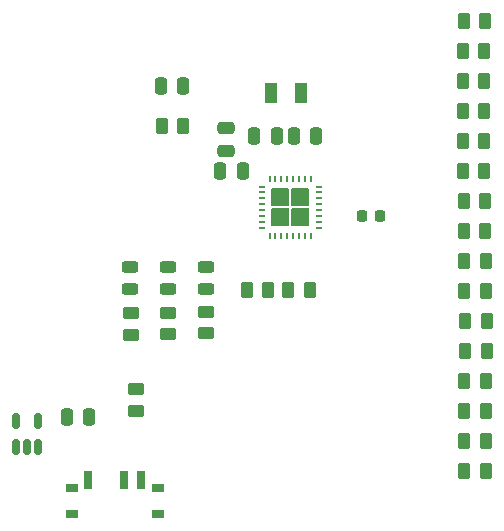
<source format=gbr>
%TF.GenerationSoftware,KiCad,Pcbnew,7.0.9*%
%TF.CreationDate,2024-01-06T14:55:19-06:00*%
%TF.ProjectId,Capsense_v2,43617073-656e-4736-955f-76322e6b6963,rev?*%
%TF.SameCoordinates,Original*%
%TF.FileFunction,Paste,Top*%
%TF.FilePolarity,Positive*%
%FSLAX46Y46*%
G04 Gerber Fmt 4.6, Leading zero omitted, Abs format (unit mm)*
G04 Created by KiCad (PCBNEW 7.0.9) date 2024-01-06 14:55:19*
%MOMM*%
%LPD*%
G01*
G04 APERTURE LIST*
G04 Aperture macros list*
%AMRoundRect*
0 Rectangle with rounded corners*
0 $1 Rounding radius*
0 $2 $3 $4 $5 $6 $7 $8 $9 X,Y pos of 4 corners*
0 Add a 4 corners polygon primitive as box body*
4,1,4,$2,$3,$4,$5,$6,$7,$8,$9,$2,$3,0*
0 Add four circle primitives for the rounded corners*
1,1,$1+$1,$2,$3*
1,1,$1+$1,$4,$5*
1,1,$1+$1,$6,$7*
1,1,$1+$1,$8,$9*
0 Add four rect primitives between the rounded corners*
20,1,$1+$1,$2,$3,$4,$5,0*
20,1,$1+$1,$4,$5,$6,$7,0*
20,1,$1+$1,$6,$7,$8,$9,0*
20,1,$1+$1,$8,$9,$2,$3,0*%
G04 Aperture macros list end*
%ADD10RoundRect,0.250000X-0.262500X-0.450000X0.262500X-0.450000X0.262500X0.450000X-0.262500X0.450000X0*%
%ADD11RoundRect,0.225000X-0.225000X-0.250000X0.225000X-0.250000X0.225000X0.250000X-0.225000X0.250000X0*%
%ADD12RoundRect,0.250000X0.250000X0.475000X-0.250000X0.475000X-0.250000X-0.475000X0.250000X-0.475000X0*%
%ADD13RoundRect,0.250000X-0.450000X0.262500X-0.450000X-0.262500X0.450000X-0.262500X0.450000X0.262500X0*%
%ADD14RoundRect,0.250000X0.262500X0.450000X-0.262500X0.450000X-0.262500X-0.450000X0.262500X-0.450000X0*%
%ADD15RoundRect,0.243750X0.456250X-0.243750X0.456250X0.243750X-0.456250X0.243750X-0.456250X-0.243750X0*%
%ADD16RoundRect,0.250000X-0.250000X-0.475000X0.250000X-0.475000X0.250000X0.475000X-0.250000X0.475000X0*%
%ADD17R,1.000000X0.800000*%
%ADD18R,0.700000X1.500000*%
%ADD19RoundRect,0.250000X0.450000X-0.262500X0.450000X0.262500X-0.450000X0.262500X-0.450000X-0.262500X0*%
%ADD20RoundRect,0.150000X0.150000X-0.512500X0.150000X0.512500X-0.150000X0.512500X-0.150000X-0.512500X0*%
%ADD21R,0.599999X0.249999*%
%ADD22R,0.249999X0.599999*%
%ADD23RoundRect,0.250000X0.475000X-0.250000X0.475000X0.250000X-0.475000X0.250000X-0.475000X-0.250000X0*%
%ADD24R,1.000000X1.800000*%
G04 APERTURE END LIST*
%TO.C,U1*%
G36*
X139808024Y-69671004D02*
G01*
X139817808Y-69673971D01*
X139826823Y-69678789D01*
X139834725Y-69685276D01*
X139841212Y-69693178D01*
X139846030Y-69702193D01*
X139848997Y-69711977D01*
X139850000Y-69722149D01*
X139850000Y-71107851D01*
X139848997Y-71118024D01*
X139846030Y-71127808D01*
X139841212Y-71136823D01*
X139834725Y-71144725D01*
X139826823Y-71151212D01*
X139817808Y-71156030D01*
X139808024Y-71158997D01*
X139797851Y-71160000D01*
X138412149Y-71160000D01*
X138401977Y-71158997D01*
X138392193Y-71156030D01*
X138383178Y-71151212D01*
X138375276Y-71144725D01*
X138368789Y-71136823D01*
X138363971Y-71127808D01*
X138361004Y-71118024D01*
X138360001Y-71107851D01*
X138360001Y-69722149D01*
X138361004Y-69711977D01*
X138363971Y-69702193D01*
X138368789Y-69693178D01*
X138375276Y-69685276D01*
X138383178Y-69678789D01*
X138392193Y-69673971D01*
X138401977Y-69671004D01*
X138412149Y-69670001D01*
X139797851Y-69670001D01*
X139808024Y-69671004D01*
G37*
G36*
X139808024Y-71361003D02*
G01*
X139817808Y-71363970D01*
X139826823Y-71368788D01*
X139834725Y-71375275D01*
X139841212Y-71383177D01*
X139846030Y-71392192D01*
X139848997Y-71401976D01*
X139850000Y-71412149D01*
X139850000Y-72797851D01*
X139848997Y-72808023D01*
X139846030Y-72817807D01*
X139841212Y-72826822D01*
X139834725Y-72834724D01*
X139826823Y-72841211D01*
X139817808Y-72846029D01*
X139808024Y-72848996D01*
X139797851Y-72849999D01*
X138412149Y-72849999D01*
X138401977Y-72848996D01*
X138392193Y-72846029D01*
X138383178Y-72841211D01*
X138375276Y-72834724D01*
X138368789Y-72826822D01*
X138363971Y-72817807D01*
X138361004Y-72808023D01*
X138360001Y-72797851D01*
X138360001Y-71412149D01*
X138361004Y-71401976D01*
X138363971Y-71392192D01*
X138368789Y-71383177D01*
X138375276Y-71375275D01*
X138383178Y-71368788D01*
X138392193Y-71363970D01*
X138401977Y-71361003D01*
X138412149Y-71360000D01*
X139797851Y-71360000D01*
X139808024Y-71361003D01*
G37*
G36*
X141498023Y-69671004D02*
G01*
X141507807Y-69673971D01*
X141516822Y-69678789D01*
X141524724Y-69685276D01*
X141531211Y-69693178D01*
X141536029Y-69702193D01*
X141538996Y-69711977D01*
X141539999Y-69722149D01*
X141539999Y-71107851D01*
X141538996Y-71118024D01*
X141536029Y-71127808D01*
X141531211Y-71136823D01*
X141524724Y-71144725D01*
X141516822Y-71151212D01*
X141507807Y-71156030D01*
X141498023Y-71158997D01*
X141487851Y-71160000D01*
X140102149Y-71160000D01*
X140091976Y-71158997D01*
X140082192Y-71156030D01*
X140073177Y-71151212D01*
X140065275Y-71144725D01*
X140058788Y-71136823D01*
X140053970Y-71127808D01*
X140051003Y-71118024D01*
X140050000Y-71107851D01*
X140050000Y-69722149D01*
X140051003Y-69711977D01*
X140053970Y-69702193D01*
X140058788Y-69693178D01*
X140065275Y-69685276D01*
X140073177Y-69678789D01*
X140082192Y-69673971D01*
X140091976Y-69671004D01*
X140102149Y-69670001D01*
X141487851Y-69670001D01*
X141498023Y-69671004D01*
G37*
G36*
X141498023Y-71361003D02*
G01*
X141507807Y-71363970D01*
X141516822Y-71368788D01*
X141524724Y-71375275D01*
X141531211Y-71383177D01*
X141536029Y-71392192D01*
X141538996Y-71401976D01*
X141539999Y-71412149D01*
X141539999Y-72797851D01*
X141538996Y-72808023D01*
X141536029Y-72817807D01*
X141531211Y-72826822D01*
X141524724Y-72834724D01*
X141516822Y-72841211D01*
X141507807Y-72846029D01*
X141498023Y-72848996D01*
X141487851Y-72849999D01*
X140102149Y-72849999D01*
X140091976Y-72848996D01*
X140082192Y-72846029D01*
X140073177Y-72841211D01*
X140065275Y-72834724D01*
X140058788Y-72826822D01*
X140053970Y-72817807D01*
X140051003Y-72808023D01*
X140050000Y-72797851D01*
X140050000Y-71412149D01*
X140051003Y-71401976D01*
X140053970Y-71392192D01*
X140058788Y-71383177D01*
X140065275Y-71375275D01*
X140073177Y-71368788D01*
X140082192Y-71363970D01*
X140091976Y-71361003D01*
X140102149Y-71360000D01*
X141487851Y-71360000D01*
X141498023Y-71361003D01*
G37*
%TD*%
D10*
%TO.C,R18*%
X154574500Y-68180000D03*
X156399500Y-68180000D03*
%TD*%
%TO.C,R9*%
X154700500Y-91040000D03*
X156525500Y-91040000D03*
%TD*%
D11*
%TO.C,C3*%
X146025000Y-72000000D03*
X147575000Y-72000000D03*
%TD*%
D10*
%TO.C,R10*%
X154700500Y-88500000D03*
X156525500Y-88500000D03*
%TD*%
D12*
%TO.C,C1*%
X135939892Y-68200000D03*
X134039892Y-68200000D03*
%TD*%
D13*
%TO.C,R5*%
X129621228Y-80181620D03*
X129621228Y-82006620D03*
%TD*%
D10*
%TO.C,R17*%
X154637500Y-70720000D03*
X156462500Y-70720000D03*
%TD*%
D14*
%TO.C,R1*%
X138112500Y-78232000D03*
X136287500Y-78232000D03*
%TD*%
D15*
%TO.C,D3*%
X132834097Y-78164914D03*
X132834097Y-76289914D03*
%TD*%
D16*
%TO.C,C6*%
X128974000Y-61000000D03*
X130874000Y-61000000D03*
%TD*%
D10*
%TO.C,R8*%
X154700500Y-93580000D03*
X156525500Y-93580000D03*
%TD*%
%TO.C,R19*%
X154574500Y-65640000D03*
X156399500Y-65640000D03*
%TD*%
%TO.C,R12*%
X154755870Y-83449653D03*
X156580870Y-83449653D03*
%TD*%
%TO.C,R2*%
X139803500Y-78232000D03*
X141628500Y-78232000D03*
%TD*%
D17*
%TO.C,SW2*%
X121450000Y-94990000D03*
X121450000Y-97200000D03*
X128750000Y-94990000D03*
X128750000Y-97200000D03*
D18*
X122850000Y-94340000D03*
X125850000Y-94340000D03*
X127350000Y-94340000D03*
%TD*%
D10*
%TO.C,R20*%
X154574500Y-63100000D03*
X156399500Y-63100000D03*
%TD*%
%TO.C,R16*%
X154637500Y-73260000D03*
X156462500Y-73260000D03*
%TD*%
%TO.C,R22*%
X154574500Y-58020000D03*
X156399500Y-58020000D03*
%TD*%
D13*
%TO.C,R4*%
X126466309Y-80221067D03*
X126466309Y-82046067D03*
%TD*%
D10*
%TO.C,R14*%
X154700500Y-78340000D03*
X156525500Y-78340000D03*
%TD*%
D19*
%TO.C,R7*%
X126900000Y-88500000D03*
X126900000Y-86675000D03*
%TD*%
D14*
%TO.C,R3*%
X130912500Y-64400000D03*
X129087500Y-64400000D03*
%TD*%
D16*
%TO.C,C7*%
X121050000Y-89000000D03*
X122950000Y-89000000D03*
%TD*%
%TO.C,C4*%
X140250000Y-65209290D03*
X142150000Y-65209290D03*
%TD*%
D10*
%TO.C,R13*%
X154747775Y-80880000D03*
X156572775Y-80880000D03*
%TD*%
D20*
%TO.C,U2*%
X116700000Y-91600000D03*
X117650000Y-91600000D03*
X118600000Y-91600000D03*
X118600000Y-89325000D03*
X116700000Y-89325000D03*
%TD*%
D15*
%TO.C,D1*%
X126355998Y-78174332D03*
X126355998Y-76299332D03*
%TD*%
D12*
%TO.C,C5*%
X138810907Y-65223302D03*
X136910907Y-65223302D03*
%TD*%
D10*
%TO.C,R21*%
X154574500Y-60560000D03*
X156399500Y-60560000D03*
%TD*%
%TO.C,R11*%
X154700500Y-85960000D03*
X156525500Y-85960000D03*
%TD*%
D21*
%TO.C,U1*%
X137550000Y-69509998D03*
X137550000Y-70009997D03*
X137550000Y-70509999D03*
X137550000Y-71009998D03*
X137550000Y-71510000D03*
X137550000Y-72009998D03*
X137550000Y-72509997D03*
X137550000Y-73009999D03*
D22*
X138200001Y-73660000D03*
X138700000Y-73660000D03*
X139200002Y-73660000D03*
X139700000Y-73660000D03*
X140200002Y-73660000D03*
X140700001Y-73660000D03*
X141200000Y-73660000D03*
X141700002Y-73660000D03*
D21*
X142350000Y-73009999D03*
X142350000Y-72509997D03*
X142350000Y-72009998D03*
X142350000Y-71510000D03*
X142350000Y-71009998D03*
X142350000Y-70509999D03*
X142350000Y-70009997D03*
X142350000Y-69509998D03*
D22*
X141700002Y-68860000D03*
X141200000Y-68860000D03*
X140700001Y-68860000D03*
X140200002Y-68860000D03*
X139700000Y-68860000D03*
X139200002Y-68860000D03*
X138700000Y-68860000D03*
X138200001Y-68860000D03*
%TD*%
D23*
%TO.C,C2*%
X134500000Y-66465722D03*
X134500000Y-64565722D03*
%TD*%
D15*
%TO.C,D2*%
X129601332Y-78154349D03*
X129601332Y-76279349D03*
%TD*%
D13*
%TO.C,R6*%
X132800000Y-80087500D03*
X132800000Y-81912500D03*
%TD*%
D10*
%TO.C,R15*%
X154700500Y-75800000D03*
X156525500Y-75800000D03*
%TD*%
%TO.C,R23*%
X154637500Y-55480000D03*
X156462500Y-55480000D03*
%TD*%
D24*
%TO.C,Y1*%
X140857423Y-61600000D03*
X138357423Y-61600000D03*
%TD*%
M02*

</source>
